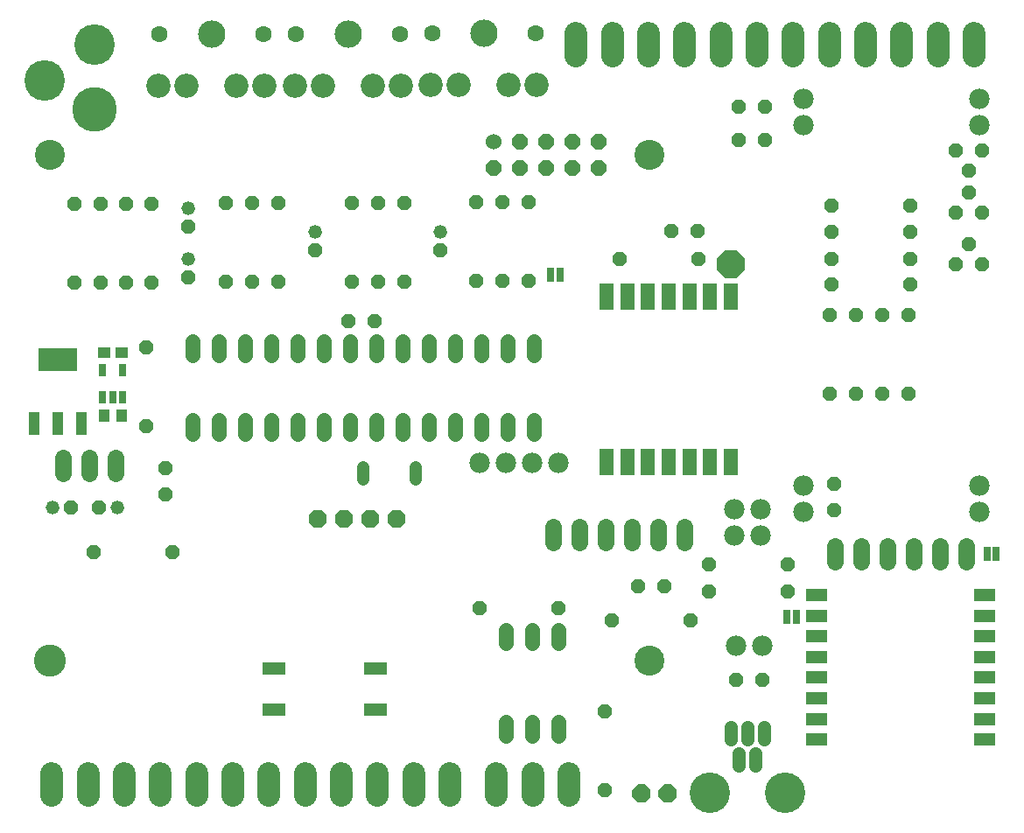
<source format=gts>
G75*
%MOIN*%
%OFA0B0*%
%FSLAX24Y24*%
%IPPOS*%
%LPD*%
%AMOC8*
5,1,8,0,0,1.08239X$1,22.5*
%
%ADD10C,0.1142*%
%ADD11C,0.1221*%
%ADD12C,0.0560*%
%ADD13OC8,0.0560*%
%ADD14C,0.0480*%
%ADD15OC8,0.0670*%
%ADD16OC8,0.1040*%
%ADD17R,0.0540X0.1040*%
%ADD18C,0.1540*%
%ADD19C,0.0516*%
%ADD20C,0.1040*%
%ADD21C,0.0926*%
%ADD22C,0.0631*%
%ADD23OC8,0.0520*%
%ADD24C,0.0520*%
%ADD25C,0.1700*%
%ADD26C,0.1542*%
%ADD27C,0.0640*%
%ADD28C,0.0600*%
%ADD29OC8,0.0600*%
%ADD30C,0.0880*%
%ADD31R,0.0827X0.0512*%
%ADD32C,0.0780*%
%ADD33R,0.0290X0.0540*%
%ADD34OC8,0.0700*%
%ADD35R,0.0434X0.0867*%
%ADD36R,0.1497X0.0867*%
%ADD37R,0.0257X0.0512*%
%ADD38R,0.0434X0.0473*%
%ADD39R,0.0473X0.0434*%
%ADD40R,0.0900X0.0460*%
D10*
X024839Y007327D03*
X024839Y026618D03*
X002005Y026618D03*
D11*
X002005Y007327D03*
D12*
X007430Y015974D02*
X007430Y016494D01*
X008430Y016494D02*
X008430Y015974D01*
X009430Y015974D02*
X009430Y016494D01*
X010430Y016494D02*
X010430Y015974D01*
X011430Y015974D02*
X011430Y016494D01*
X012430Y016494D02*
X012430Y015974D01*
X013430Y015974D02*
X013430Y016494D01*
X014430Y016494D02*
X014430Y015974D01*
X015430Y015974D02*
X015430Y016494D01*
X016430Y016494D02*
X016430Y015974D01*
X017430Y015974D02*
X017430Y016494D01*
X018430Y016494D02*
X018430Y015974D01*
X019430Y015974D02*
X019430Y016494D01*
X020430Y016494D02*
X020430Y015974D01*
X020430Y018974D02*
X020430Y019494D01*
X019430Y019494D02*
X019430Y018974D01*
X018430Y018974D02*
X018430Y019494D01*
X017430Y019494D02*
X017430Y018974D01*
X016430Y018974D02*
X016430Y019494D01*
X015430Y019494D02*
X015430Y018974D01*
X014430Y018974D02*
X014430Y019494D01*
X013430Y019494D02*
X013430Y018974D01*
X012430Y018974D02*
X012430Y019494D01*
X011430Y019494D02*
X011430Y018974D01*
X010430Y018974D02*
X010430Y019494D01*
X009430Y019494D02*
X009430Y018974D01*
X008430Y018974D02*
X008430Y019494D01*
X007430Y019494D02*
X007430Y018974D01*
X019357Y008516D02*
X019357Y007996D01*
X020357Y007996D02*
X020357Y008516D01*
X021357Y008516D02*
X021357Y007996D01*
X021357Y004996D02*
X021357Y004476D01*
X020357Y004476D02*
X020357Y004996D01*
X019357Y004996D02*
X019357Y004476D01*
D13*
X023107Y005395D03*
X023107Y002395D03*
X028125Y006594D03*
X029125Y006594D03*
X026385Y008858D03*
X027075Y009982D03*
X027075Y010991D03*
X025396Y010180D03*
X024396Y010180D03*
X023385Y008858D03*
X021365Y009324D03*
X018365Y009324D03*
X030075Y009982D03*
X030075Y010991D03*
X031873Y013083D03*
X031873Y014083D03*
X031690Y017498D03*
X032690Y017498D03*
X033690Y017498D03*
X034690Y017498D03*
X034690Y020498D03*
X033690Y020498D03*
X032690Y020498D03*
X031690Y020498D03*
X031753Y021667D03*
X031751Y022638D03*
X031753Y023667D03*
X031753Y024667D03*
X034753Y024667D03*
X034753Y023667D03*
X034751Y022638D03*
X034753Y021667D03*
X036491Y022441D03*
X036991Y023191D03*
X037491Y022441D03*
X037491Y024409D03*
X036991Y025159D03*
X036491Y024409D03*
X036991Y026022D03*
X036491Y026772D03*
X037491Y026772D03*
X029223Y027165D03*
X028223Y027165D03*
X028223Y028445D03*
X029223Y028445D03*
X026664Y023720D03*
X025664Y023720D03*
X026680Y022638D03*
X023680Y022638D03*
X020225Y021809D03*
X019225Y021809D03*
X018225Y021809D03*
X015480Y021784D03*
X014480Y021784D03*
X013480Y021784D03*
X013361Y020276D03*
X014361Y020276D03*
X010680Y021784D03*
X009680Y021784D03*
X008680Y021784D03*
X005845Y021733D03*
X004877Y021733D03*
X003908Y021733D03*
X002936Y021750D03*
X005667Y019284D03*
X005667Y016284D03*
X006381Y014669D03*
X006381Y013669D03*
X006660Y011484D03*
X003660Y011484D03*
X003908Y024733D03*
X002936Y024750D03*
X004877Y024733D03*
X005845Y024733D03*
X008680Y024784D03*
X009680Y024784D03*
X010680Y024784D03*
X013480Y024784D03*
X014480Y024784D03*
X015480Y024784D03*
X018225Y024809D03*
X019225Y024809D03*
X020225Y024809D03*
D14*
X015934Y014696D02*
X015934Y014256D01*
X013934Y014256D02*
X013934Y014696D01*
D15*
X014180Y012734D03*
X013180Y012734D03*
X012180Y012734D03*
X015180Y012734D03*
D16*
X027936Y022441D03*
D17*
X027922Y021218D03*
X027135Y021218D03*
X026347Y021218D03*
X025560Y021218D03*
X024773Y021218D03*
X023985Y021218D03*
X023198Y021218D03*
X023198Y014918D03*
X023985Y014918D03*
X024773Y014918D03*
X025560Y014918D03*
X026347Y014918D03*
X027135Y014918D03*
X027922Y014918D03*
D18*
X027110Y002299D03*
X029984Y002299D03*
D19*
X028862Y003339D02*
X028862Y003815D01*
X028547Y004327D02*
X028547Y004802D01*
X027917Y004802D02*
X027917Y004327D01*
X028232Y003815D02*
X028232Y003339D01*
X029177Y004327D02*
X029177Y004802D01*
D20*
X018512Y031231D03*
X013341Y031221D03*
X008141Y031221D03*
D21*
X009086Y029253D03*
X010149Y029253D03*
X011333Y029253D03*
X012396Y029253D03*
X014286Y029253D03*
X015349Y029253D03*
X016504Y029262D03*
X017567Y029262D03*
X019457Y029262D03*
X020520Y029262D03*
X007196Y029253D03*
X006133Y029253D03*
D22*
X006172Y031221D03*
X010109Y031221D03*
X011372Y031221D03*
X015309Y031221D03*
X016543Y031231D03*
X020480Y031231D03*
D23*
X016850Y022959D03*
X012100Y022959D03*
X007267Y023885D03*
X007267Y021943D03*
X003864Y013160D03*
X002781Y013182D03*
D24*
X002081Y013182D03*
X004564Y013160D03*
X007267Y022643D03*
X007267Y024585D03*
X012100Y023659D03*
X016850Y023659D03*
D25*
X003680Y028330D03*
D26*
X001790Y029452D03*
X003680Y030791D03*
D27*
X003480Y015084D02*
X003480Y014484D01*
X002480Y014484D02*
X002480Y015084D01*
X004480Y015084D02*
X004480Y014484D01*
X021149Y012427D02*
X021149Y011827D01*
X022149Y011827D02*
X022149Y012427D01*
X023149Y012427D02*
X023149Y011827D01*
X024149Y011827D02*
X024149Y012427D01*
X025149Y012427D02*
X025149Y011827D01*
X026149Y011827D02*
X026149Y012427D01*
X031893Y011717D02*
X031893Y011117D01*
X032893Y011117D02*
X032893Y011717D01*
X033893Y011717D02*
X033893Y011117D01*
X034893Y011117D02*
X034893Y011717D01*
X035893Y011717D02*
X035893Y011117D01*
X036893Y011117D02*
X036893Y011717D01*
D28*
X018902Y027118D03*
D29*
X018902Y026118D03*
X019902Y026118D03*
X020902Y026118D03*
X020902Y027118D03*
X019902Y027118D03*
X021902Y027118D03*
X022902Y027118D03*
X022902Y026118D03*
X021902Y026118D03*
D30*
X002070Y003038D02*
X002070Y002198D01*
X003448Y002198D02*
X003448Y003038D01*
X004826Y003038D02*
X004826Y002198D01*
X006204Y002198D02*
X006204Y003038D01*
X007582Y003038D02*
X007582Y002198D01*
X008960Y002198D02*
X008960Y003038D01*
X010337Y003030D02*
X010337Y002190D01*
X011715Y002190D02*
X011715Y003030D01*
X013093Y003030D02*
X013093Y002190D01*
X014471Y002190D02*
X014471Y003030D01*
X015849Y003030D02*
X015849Y002190D01*
X017227Y002190D02*
X017227Y003030D01*
X018999Y003030D02*
X018999Y002190D01*
X020377Y002190D02*
X020377Y003030D01*
X021755Y003030D02*
X021755Y002190D01*
X022030Y030387D02*
X022030Y031227D01*
X023408Y031227D02*
X023408Y030387D01*
X024786Y030387D02*
X024786Y031227D01*
X026164Y031227D02*
X026164Y030387D01*
X027542Y030387D02*
X027542Y031227D01*
X028920Y031227D02*
X028920Y030387D01*
X030298Y030387D02*
X030298Y031227D01*
X031676Y031227D02*
X031676Y030387D01*
X033054Y030387D02*
X033054Y031227D01*
X034432Y031227D02*
X034432Y030387D01*
X035810Y030387D02*
X035810Y031227D01*
X037188Y031227D02*
X037188Y030387D01*
D31*
X037582Y009843D03*
X037582Y009055D03*
X037582Y008268D03*
X037582Y007480D03*
X037582Y006693D03*
X037582Y005906D03*
X037582Y005118D03*
X037582Y004331D03*
X031204Y004331D03*
X031204Y005118D03*
X031204Y005906D03*
X031204Y006693D03*
X031204Y007480D03*
X031204Y008268D03*
X031204Y009055D03*
X031204Y009843D03*
D32*
X029119Y007905D03*
X028119Y007905D03*
X028055Y012109D03*
X029055Y012109D03*
X029055Y013109D03*
X028055Y013109D03*
X030692Y012992D03*
X030692Y013992D03*
X037385Y013992D03*
X037385Y012992D03*
X021341Y014862D03*
X020357Y014862D03*
X019357Y014862D03*
X018357Y014862D03*
X030692Y027756D03*
X030692Y028756D03*
X037385Y028756D03*
X037385Y027756D03*
D33*
X021420Y022047D03*
X021066Y022047D03*
X030057Y009007D03*
X030411Y009007D03*
X037674Y011407D03*
X038029Y011407D03*
D34*
X025532Y002269D03*
X024532Y002269D03*
D35*
X003186Y016364D03*
X002280Y016364D03*
X001374Y016364D03*
D36*
X002280Y018805D03*
D37*
X004006Y018396D03*
X004754Y018396D03*
X004754Y017372D03*
X004380Y017372D03*
X004006Y017372D03*
D38*
X004045Y016684D03*
X004715Y016684D03*
D39*
X004715Y019084D03*
X004045Y019084D03*
D40*
X010521Y007042D03*
X010521Y005467D03*
X014380Y005467D03*
X014380Y007042D03*
M02*

</source>
